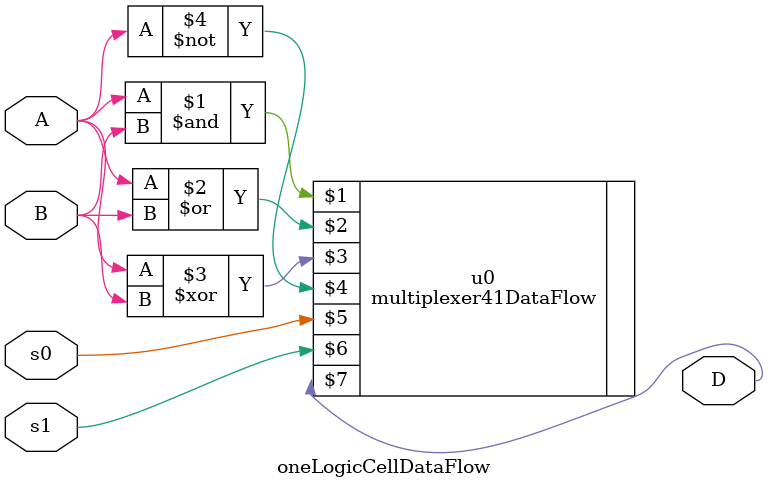
<source format=v>
module oneLogicCellDataFlow(A, B, s0, s1, D);

    input A, B, s0, s1;
    output D;

    // Part b:
    multiplexer41DataFlow u0(A&B, A|B, A^B, ~A, s0, s1, D);

    // wire y0, y1, y2, y3;

    // and (y0, A, B);
    // or  (y1, A, B);
    // xor (y2, A, B);
    // not (y3, A);

    // multiplexer41DataFlow u0(y0, y1, y2, y3, s0, s1, D);

endmodule
</source>
